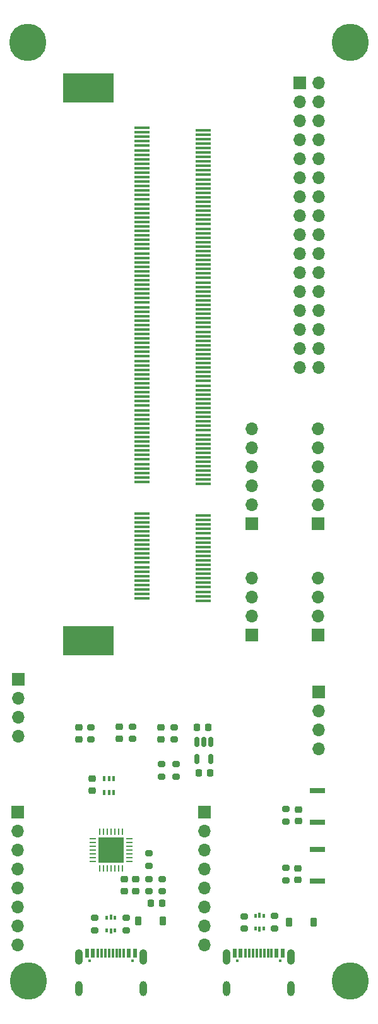
<source format=gbr>
%TF.GenerationSoftware,KiCad,Pcbnew,7.0.8*%
%TF.CreationDate,2024-03-21T14:49:46+01:00*%
%TF.ProjectId,so-dimm-debugger-programmer,736f2d64-696d-46d2-9d64-656275676765,REV.02*%
%TF.SameCoordinates,Original*%
%TF.FileFunction,Soldermask,Top*%
%TF.FilePolarity,Negative*%
%FSLAX46Y46*%
G04 Gerber Fmt 4.6, Leading zero omitted, Abs format (unit mm)*
G04 Created by KiCad (PCBNEW 7.0.8) date 2024-03-21 14:49:46*
%MOMM*%
%LPD*%
G01*
G04 APERTURE LIST*
G04 Aperture macros list*
%AMRoundRect*
0 Rectangle with rounded corners*
0 $1 Rounding radius*
0 $2 $3 $4 $5 $6 $7 $8 $9 X,Y pos of 4 corners*
0 Add a 4 corners polygon primitive as box body*
4,1,4,$2,$3,$4,$5,$6,$7,$8,$9,$2,$3,0*
0 Add four circle primitives for the rounded corners*
1,1,$1+$1,$2,$3*
1,1,$1+$1,$4,$5*
1,1,$1+$1,$6,$7*
1,1,$1+$1,$8,$9*
0 Add four rect primitives between the rounded corners*
20,1,$1+$1,$2,$3,$4,$5,0*
20,1,$1+$1,$4,$5,$6,$7,0*
20,1,$1+$1,$6,$7,$8,$9,0*
20,1,$1+$1,$8,$9,$2,$3,0*%
G04 Aperture macros list end*
%ADD10RoundRect,0.200000X0.275000X-0.200000X0.275000X0.200000X-0.275000X0.200000X-0.275000X-0.200000X0*%
%ADD11R,0.375000X0.500000*%
%ADD12R,0.300000X0.650000*%
%ADD13RoundRect,0.225000X0.225000X0.375000X-0.225000X0.375000X-0.225000X-0.375000X0.225000X-0.375000X0*%
%ADD14RoundRect,0.225000X-0.250000X0.225000X-0.250000X-0.225000X0.250000X-0.225000X0.250000X0.225000X0*%
%ADD15RoundRect,0.218750X-0.256250X0.218750X-0.256250X-0.218750X0.256250X-0.218750X0.256250X0.218750X0*%
%ADD16C,0.800000*%
%ADD17C,5.000000*%
%ADD18R,1.700000X1.700000*%
%ADD19O,1.700000X1.700000*%
%ADD20RoundRect,0.200000X-0.275000X0.200000X-0.275000X-0.200000X0.275000X-0.200000X0.275000X0.200000X0*%
%ADD21R,2.000000X0.800000*%
%ADD22RoundRect,0.225000X-0.225000X-0.250000X0.225000X-0.250000X0.225000X0.250000X-0.225000X0.250000X0*%
%ADD23RoundRect,0.062500X0.062500X-0.337500X0.062500X0.337500X-0.062500X0.337500X-0.062500X-0.337500X0*%
%ADD24RoundRect,0.062500X0.337500X-0.062500X0.337500X0.062500X-0.337500X0.062500X-0.337500X-0.062500X0*%
%ADD25R,3.350000X3.350000*%
%ADD26RoundRect,0.225000X0.250000X-0.225000X0.250000X0.225000X-0.250000X0.225000X-0.250000X-0.225000X0*%
%ADD27RoundRect,0.225000X0.225000X0.250000X-0.225000X0.250000X-0.225000X-0.250000X0.225000X-0.250000X0*%
%ADD28C,0.001000*%
%ADD29R,2.000000X0.350000*%
%ADD30R,6.800000X4.000000*%
%ADD31C,0.400000*%
%ADD32R,0.600000X1.150000*%
%ADD33R,0.300000X1.150000*%
%ADD34O,1.050000X2.100000*%
%ADD35O,1.000000X2.000000*%
%ADD36RoundRect,0.150000X-0.150000X0.512500X-0.150000X-0.512500X0.150000X-0.512500X0.150000X0.512500X0*%
%ADD37R,0.400000X0.650000*%
G04 APERTURE END LIST*
D10*
%TO.C,R9*%
X112830205Y-153973547D03*
X112830205Y-152323547D03*
%TD*%
D11*
%TO.C,U3*%
X107212705Y-159205547D03*
D12*
X107750205Y-159280547D03*
D11*
X108287705Y-159205547D03*
X108287705Y-157505547D03*
D12*
X107750205Y-157430547D03*
D11*
X107212705Y-157505547D03*
%TD*%
D13*
%TO.C,D4*%
X134926205Y-158101547D03*
X131626205Y-158101547D03*
%TD*%
D14*
%TO.C,C7*%
X105210205Y-138911547D03*
X105210205Y-140461547D03*
%TD*%
D15*
%TO.C,D3*%
X108893205Y-131978047D03*
X108893205Y-133553047D03*
%TD*%
D16*
%TO.C,H3*%
X139881205Y-164100547D03*
X141207030Y-164649722D03*
X138555380Y-164649722D03*
X141756205Y-165975547D03*
D17*
X139881205Y-165975547D03*
D16*
X138006205Y-165975547D03*
X141207030Y-167301372D03*
X138555380Y-167301372D03*
X139881205Y-167850547D03*
%TD*%
D18*
%TO.C,J10*%
X95250000Y-143383000D03*
D19*
X95250000Y-145923000D03*
X95250000Y-148463000D03*
X95250000Y-151003000D03*
X95250000Y-153543000D03*
X95250000Y-156083000D03*
X95250000Y-158623000D03*
X95250000Y-161163000D03*
%TD*%
D15*
%TO.C,D1*%
X114481205Y-132041047D03*
X114481205Y-133616047D03*
%TD*%
D20*
%TO.C,R12*%
X112830205Y-148894547D03*
X112830205Y-150544547D03*
%TD*%
D21*
%TO.C,SW2*%
X135436205Y-140512047D03*
X135436205Y-144703047D03*
%TD*%
D22*
%TO.C,C1*%
X119294205Y-132066547D03*
X120844205Y-132066547D03*
%TD*%
D20*
%TO.C,R2*%
X125656205Y-157340547D03*
X125656205Y-158990547D03*
%TD*%
D23*
%TO.C,U4*%
X106250205Y-150899547D03*
X106750205Y-150899547D03*
X107250205Y-150899547D03*
X107750205Y-150899547D03*
X108250205Y-150899547D03*
X108750205Y-150899547D03*
X109250205Y-150899547D03*
D24*
X110200205Y-149949547D03*
X110200205Y-149449547D03*
X110200205Y-148949547D03*
X110200205Y-148449547D03*
X110200205Y-147949547D03*
X110200205Y-147449547D03*
X110200205Y-146949547D03*
D23*
X109250205Y-145999547D03*
X108750205Y-145999547D03*
X108250205Y-145999547D03*
X107750205Y-145999547D03*
X107250205Y-145999547D03*
X106750205Y-145999547D03*
X106250205Y-145999547D03*
D24*
X105300205Y-146949547D03*
X105300205Y-147449547D03*
X105300205Y-147949547D03*
X105300205Y-148449547D03*
X105300205Y-148949547D03*
X105300205Y-149449547D03*
X105300205Y-149949547D03*
D25*
X107750205Y-148449547D03*
%TD*%
D16*
%TO.C,H2*%
X96574205Y-38497547D03*
X97900030Y-39046722D03*
X95248380Y-39046722D03*
X98449205Y-40372547D03*
D17*
X96574205Y-40372547D03*
D16*
X94699205Y-40372547D03*
X97900030Y-41698372D03*
X95248380Y-41698372D03*
X96574205Y-42247547D03*
%TD*%
D26*
%TO.C,C3*%
X132870205Y-152453547D03*
X132870205Y-150903547D03*
%TD*%
D18*
%TO.C,J3*%
X135509000Y-119634000D03*
D19*
X135509000Y-117094000D03*
X135509000Y-114554000D03*
X135509000Y-112014000D03*
%TD*%
D14*
%TO.C,C5*%
X111052205Y-152373547D03*
X111052205Y-153923547D03*
%TD*%
D10*
%TO.C,R10*%
X105083205Y-133653547D03*
X105083205Y-132003547D03*
%TD*%
%TO.C,R6*%
X131245205Y-144639047D03*
X131245205Y-142989047D03*
%TD*%
D18*
%TO.C,J8*%
X133096000Y-45720000D03*
D19*
X135636000Y-45720000D03*
X133096000Y-48260000D03*
X135636000Y-48260000D03*
X133096000Y-50800000D03*
X135636000Y-50800000D03*
X133096000Y-53340000D03*
X135636000Y-53340000D03*
X133096000Y-55880000D03*
X135636000Y-55880000D03*
X133096000Y-58420000D03*
X135636000Y-58420000D03*
X133096000Y-60960000D03*
X135636000Y-60960000D03*
X133096000Y-63500000D03*
X135636000Y-63500000D03*
X133096000Y-66040000D03*
X135636000Y-66040000D03*
X133096000Y-68580000D03*
X135636000Y-68580000D03*
X133096000Y-71120000D03*
X135636000Y-71120000D03*
X133096000Y-73660000D03*
X135636000Y-73660000D03*
X133096000Y-76200000D03*
X135636000Y-76200000D03*
X133096000Y-78740000D03*
X135636000Y-78740000D03*
X133096000Y-81280000D03*
X135636000Y-81280000D03*
X133096000Y-83820000D03*
X135636000Y-83820000D03*
%TD*%
D20*
%TO.C,R5*%
X105591205Y-157530547D03*
X105591205Y-159180547D03*
%TD*%
D27*
%TO.C,C2*%
X121098205Y-138162547D03*
X119548205Y-138162547D03*
%TD*%
D28*
%TO.C,J1*%
X116000205Y-116825547D03*
X116000205Y-50025547D03*
D29*
X120100205Y-115075547D03*
X111900205Y-114775547D03*
X120100205Y-114475547D03*
X111900205Y-114175547D03*
X120100205Y-113875547D03*
X111900205Y-113575547D03*
X120100205Y-113275547D03*
X111900205Y-112975547D03*
X120100205Y-112675547D03*
X111900205Y-112375547D03*
X120100205Y-112075547D03*
X111900205Y-111775547D03*
X120100205Y-111475547D03*
X111900205Y-111175547D03*
X120100205Y-110875547D03*
X111900205Y-110575547D03*
X120100205Y-110275547D03*
X111900205Y-109975547D03*
X120100205Y-109675547D03*
X111900205Y-109375547D03*
X120100205Y-109075547D03*
X111900205Y-108775547D03*
X120100205Y-108475547D03*
X111900205Y-108175547D03*
X120100205Y-107875547D03*
X111900205Y-107575547D03*
X120100205Y-107275547D03*
X111900205Y-106975547D03*
X120100205Y-106675547D03*
X111900205Y-106375547D03*
X120100205Y-106075547D03*
X111900205Y-105775547D03*
X120100205Y-105475547D03*
X111900205Y-105175547D03*
X120100205Y-104875547D03*
X111900205Y-104575547D03*
X120100205Y-104275547D03*
X111900205Y-103975547D03*
X120100205Y-103675547D03*
X111900205Y-103375547D03*
X120100205Y-99475547D03*
X111900205Y-99175547D03*
X120100205Y-98875547D03*
X111900205Y-98575547D03*
X120100205Y-98275547D03*
X111900205Y-97975547D03*
X120100205Y-97675547D03*
X111900205Y-97375547D03*
X120100205Y-97075547D03*
X111900205Y-96775547D03*
X120100205Y-96475547D03*
X111900205Y-96175547D03*
X120100205Y-95875547D03*
X111900205Y-95575547D03*
X120100205Y-95275547D03*
X111900205Y-94975547D03*
X120100205Y-94675547D03*
X111900205Y-94375547D03*
X120100205Y-94075547D03*
X111900205Y-93775547D03*
X120100205Y-93475547D03*
X111900205Y-93175547D03*
X120100205Y-92875547D03*
X111900205Y-92575547D03*
X120100205Y-92275547D03*
X111900205Y-91975547D03*
X120100205Y-91675547D03*
X111900205Y-91375547D03*
X120100205Y-91075547D03*
X111900205Y-90775547D03*
X120100205Y-90475547D03*
X111900205Y-90175547D03*
X120100205Y-89875547D03*
X111900205Y-89575547D03*
X120100205Y-89275547D03*
X111900205Y-88975547D03*
X120100205Y-88675547D03*
X111900205Y-88375547D03*
X120100205Y-88075547D03*
X111900205Y-87775547D03*
X120100205Y-87475547D03*
X111900205Y-87175547D03*
X120100205Y-86875547D03*
X111900205Y-86575547D03*
X120100205Y-86275547D03*
X111900205Y-85975547D03*
X120100205Y-85675547D03*
X111900205Y-85375547D03*
X120100205Y-85075547D03*
X111900205Y-84775547D03*
X120100205Y-84475547D03*
X111900205Y-84175547D03*
X120100205Y-83875547D03*
X111900205Y-83575547D03*
X120100205Y-83275547D03*
X111900205Y-82975547D03*
X120100205Y-82675547D03*
X111900205Y-82375547D03*
X120100205Y-82075547D03*
X111900205Y-81775547D03*
X120100205Y-81475547D03*
X111900205Y-81175547D03*
X120100205Y-80875547D03*
X111900205Y-80575547D03*
X120100205Y-80275547D03*
X111900205Y-79975547D03*
X120100205Y-79675547D03*
X111900205Y-79375547D03*
X120100205Y-79075547D03*
X111900205Y-78775547D03*
X120100205Y-78475547D03*
X111900205Y-78175547D03*
X120100205Y-77875547D03*
X111900205Y-77575547D03*
X120100205Y-77275547D03*
X111900205Y-76975547D03*
X120100205Y-76675547D03*
X111900205Y-76375547D03*
X120100205Y-76075547D03*
X111900205Y-75775547D03*
X120100205Y-75475547D03*
X111900205Y-75175547D03*
X120100205Y-74875547D03*
X111900205Y-74575547D03*
X120100205Y-74275547D03*
X111900205Y-73975547D03*
X120100205Y-73675547D03*
X111900205Y-73375547D03*
X120100205Y-73075547D03*
X111900205Y-72775547D03*
X120100205Y-72475547D03*
X111900205Y-72175547D03*
X120100205Y-71875547D03*
X111900205Y-71575547D03*
X120100205Y-71275547D03*
X111900205Y-70975547D03*
X120100205Y-70675547D03*
X111900205Y-70375547D03*
X120100205Y-70075547D03*
X111900205Y-69775547D03*
X120100205Y-69475547D03*
X111900205Y-69175547D03*
X120100205Y-68875547D03*
X111900205Y-68575547D03*
X120100205Y-68275547D03*
X111900205Y-67975547D03*
X120100205Y-67675547D03*
X111900205Y-67375547D03*
X120100205Y-67075547D03*
X111900205Y-66775547D03*
X120100205Y-66475547D03*
X111900205Y-66175547D03*
X120100205Y-65875547D03*
X111900205Y-65575547D03*
X120100205Y-65275547D03*
X111900205Y-64975547D03*
X120100205Y-64675547D03*
X111900205Y-64375547D03*
X120100205Y-64075547D03*
X111900205Y-63775547D03*
X120100205Y-63475547D03*
X111900205Y-63175547D03*
X120100205Y-62875547D03*
X111900205Y-62575547D03*
X120100205Y-62275547D03*
X111900205Y-61975547D03*
X120100205Y-61675547D03*
X111900205Y-61375547D03*
X120100205Y-61075547D03*
X111900205Y-60775547D03*
X120100205Y-60475547D03*
X111900205Y-60175547D03*
X120100205Y-59875547D03*
X111900205Y-59575547D03*
X120100205Y-59275547D03*
X111900205Y-58975547D03*
X120100205Y-58675547D03*
X111900205Y-58375547D03*
X120100205Y-58075547D03*
X111900205Y-57775547D03*
X120100205Y-57475547D03*
X111900205Y-57175547D03*
X120100205Y-56875547D03*
X111900205Y-56575547D03*
X120100205Y-56275547D03*
X111900205Y-55975547D03*
X120100205Y-55675547D03*
X111900205Y-55375547D03*
X120100205Y-55075547D03*
X111900205Y-54775547D03*
X120100205Y-54475547D03*
X111900205Y-54175547D03*
X120100205Y-53875547D03*
X111900205Y-53575547D03*
X120100205Y-53275547D03*
X111900205Y-52975547D03*
X120100205Y-52675547D03*
X111900205Y-52375547D03*
X120100205Y-52075547D03*
X111900205Y-51775547D03*
D30*
X104700205Y-120425547D03*
X104700205Y-46425547D03*
%TD*%
D20*
%TO.C,R8*%
X114608205Y-152323547D03*
X114608205Y-153973547D03*
%TD*%
D16*
%TO.C,H1*%
X96701205Y-164100547D03*
X98027030Y-164649722D03*
X95375380Y-164649722D03*
X98576205Y-165975547D03*
D17*
X96701205Y-165975547D03*
D16*
X94826205Y-165975547D03*
X98027030Y-167301372D03*
X95375380Y-167301372D03*
X96701205Y-167850547D03*
%TD*%
D20*
%TO.C,R7*%
X109782205Y-157530547D03*
X109782205Y-159180547D03*
%TD*%
D26*
%TO.C,C4*%
X132896205Y-144589047D03*
X132896205Y-143039047D03*
%TD*%
D18*
%TO.C,J13*%
X95300800Y-125577600D03*
D19*
X95300800Y-128117600D03*
X95300800Y-130657600D03*
X95300800Y-133197600D03*
%TD*%
D15*
%TO.C,D2*%
X103432205Y-132041047D03*
X103432205Y-133616047D03*
%TD*%
D18*
%TO.C,J9*%
X135636000Y-127254000D03*
D19*
X135636000Y-129794000D03*
X135636000Y-132334000D03*
X135636000Y-134874000D03*
%TD*%
D14*
%TO.C,C6*%
X109528205Y-152373547D03*
X109528205Y-153923547D03*
%TD*%
D18*
%TO.C,J2*%
X126619000Y-104775000D03*
D19*
X126619000Y-102235000D03*
X126619000Y-99695000D03*
X126619000Y-97155000D03*
X126619000Y-94615000D03*
X126619000Y-92075000D03*
%TD*%
D10*
%TO.C,R11*%
X110671205Y-133590547D03*
X110671205Y-131940547D03*
%TD*%
D31*
%TO.C,J6*%
X124668800Y-163299600D03*
X130448800Y-163299600D03*
D32*
X124358800Y-162224600D03*
X125158800Y-162224600D03*
D33*
X126308800Y-162224600D03*
X127308800Y-162224600D03*
X127808800Y-162224600D03*
X128808800Y-162224600D03*
D32*
X130758800Y-162224600D03*
X129958800Y-162224600D03*
D33*
X129308800Y-162224600D03*
X128308800Y-162224600D03*
X126808800Y-162224600D03*
X125808800Y-162224600D03*
D34*
X123238800Y-162799600D03*
D35*
X123238800Y-166979600D03*
X131878800Y-166979600D03*
D34*
X131878800Y-162799600D03*
%TD*%
D10*
%TO.C,R3*%
X131219205Y-152503547D03*
X131219205Y-150853547D03*
%TD*%
D18*
%TO.C,J12*%
X135509000Y-104775000D03*
D19*
X135509000Y-102235000D03*
X135509000Y-99695000D03*
X135509000Y-97155000D03*
X135509000Y-94615000D03*
X135509000Y-92075000D03*
%TD*%
D20*
%TO.C,R14*%
X114554000Y-136970000D03*
X114554000Y-138620000D03*
%TD*%
%TO.C,R13*%
X116459000Y-136970000D03*
X116459000Y-138620000D03*
%TD*%
D13*
%TO.C,D5*%
X114733205Y-157974547D03*
X111433205Y-157974547D03*
%TD*%
D36*
%TO.C,U1*%
X121146205Y-133977047D03*
X120196205Y-133977047D03*
X119246205Y-133977047D03*
X119246205Y-136252047D03*
X121146205Y-136252047D03*
%TD*%
D18*
%TO.C,J5*%
X120269000Y-143383000D03*
D19*
X120269000Y-145923000D03*
X120269000Y-148463000D03*
X120269000Y-151003000D03*
X120269000Y-153543000D03*
X120269000Y-156083000D03*
X120269000Y-158623000D03*
X120269000Y-161163000D03*
%TD*%
D11*
%TO.C,U2*%
X127150705Y-158951547D03*
D12*
X127688205Y-159026547D03*
D11*
X128225705Y-158951547D03*
X128225705Y-157251547D03*
D12*
X127688205Y-157176547D03*
D11*
X127150705Y-157251547D03*
%TD*%
D22*
%TO.C,C8*%
X113084205Y-155561547D03*
X114634205Y-155561547D03*
%TD*%
D21*
%TO.C,SW1*%
X135436205Y-148386047D03*
X135436205Y-152577047D03*
%TD*%
D18*
%TO.C,J4*%
X126619000Y-119634000D03*
D19*
X126619000Y-117094000D03*
X126619000Y-114554000D03*
X126619000Y-112014000D03*
%TD*%
D37*
%TO.C,Q1*%
X108146205Y-138863547D03*
X107496205Y-138863547D03*
X106846205Y-138863547D03*
X106846205Y-140763547D03*
X107496205Y-140763547D03*
X108146205Y-140763547D03*
%TD*%
D20*
%TO.C,R4*%
X129720205Y-157276547D03*
X129720205Y-158926547D03*
%TD*%
%TO.C,R1*%
X116259205Y-132003547D03*
X116259205Y-133653547D03*
%TD*%
D31*
%TO.C,J7*%
X104854800Y-163299600D03*
X110634800Y-163299600D03*
D32*
X104544800Y-162224600D03*
X105344800Y-162224600D03*
D33*
X106494800Y-162224600D03*
X107494800Y-162224600D03*
X107994800Y-162224600D03*
X108994800Y-162224600D03*
D32*
X110944800Y-162224600D03*
X110144800Y-162224600D03*
D33*
X109494800Y-162224600D03*
X108494800Y-162224600D03*
X106994800Y-162224600D03*
X105994800Y-162224600D03*
D34*
X103424800Y-162799600D03*
D35*
X103424800Y-166979600D03*
X112064800Y-166979600D03*
D34*
X112064800Y-162799600D03*
%TD*%
D16*
%TO.C,H4*%
X139881205Y-38497547D03*
X141207030Y-39046722D03*
X138555380Y-39046722D03*
X141756205Y-40372547D03*
D17*
X139881205Y-40372547D03*
D16*
X138006205Y-40372547D03*
X141207030Y-41698372D03*
X138555380Y-41698372D03*
X139881205Y-42247547D03*
%TD*%
M02*

</source>
